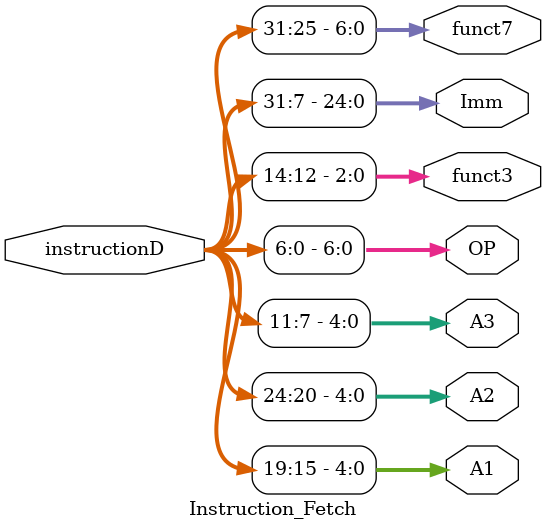
<source format=v>
`timescale 1ns/1ns
module Instruction_Fetch (
    input [31:0] instructionD,
    output reg [4:0] A1,A2,A3,
    output reg [6:0] OP,
    output reg [2:0] funct3,
    output reg [24:0] Imm,
    output reg [6:0] funct7
);
    always @(*) begin
        A1 <= instructionD[19:15];
        A2 <= instructionD[24:20];
        A3 <= instructionD[11:7];
        OP <= instructionD[6:0];
        funct3 <= instructionD[14:12];
        Imm <= instructionD[31:7];
        funct7 <= instructionD[31:25];
    end
endmodule
</source>
